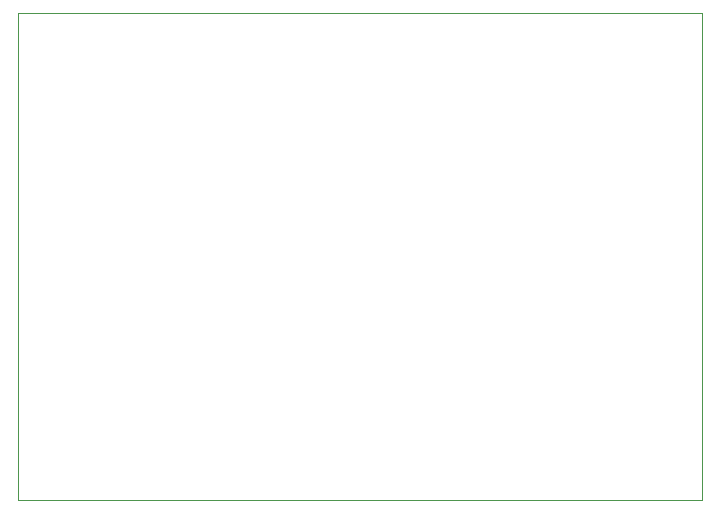
<source format=gbr>
G04 #@! TF.GenerationSoftware,KiCad,Pcbnew,5.1.10*
G04 #@! TF.CreationDate,2021-11-30T15:42:49+01:00*
G04 #@! TF.ProjectId,JTAGMux_1.0,4a544147-4d75-4785-9f31-2e302e6b6963,v1.0.1*
G04 #@! TF.SameCoordinates,Original*
G04 #@! TF.FileFunction,Profile,NP*
%FSLAX46Y46*%
G04 Gerber Fmt 4.6, Leading zero omitted, Abs format (unit mm)*
G04 Created by KiCad (PCBNEW 5.1.10) date 2021-11-30 15:42:49*
%MOMM*%
%LPD*%
G01*
G04 APERTURE LIST*
G04 #@! TA.AperFunction,Profile*
%ADD10C,0.100000*%
G04 #@! TD*
G04 APERTURE END LIST*
D10*
X70150000Y-159350000D02*
X128050000Y-159350000D01*
X70150000Y-118100000D02*
X70150000Y-159350000D01*
X128050000Y-118100000D02*
X70150000Y-118100000D01*
X128050000Y-159350000D02*
X128050000Y-118100000D01*
M02*

</source>
